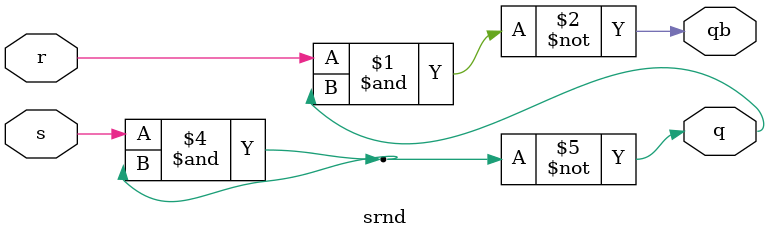
<source format=sv>
module srnd(s,r,q,qb);
  input s,r;
  output reg q,qb;
  
  /*assign qb = ~(r & q);
  assign q = ~(s & ~q);*/
  
  assign qb = ~(r & q),
    q = ~(s & ~q);
  
endmodule
</source>
